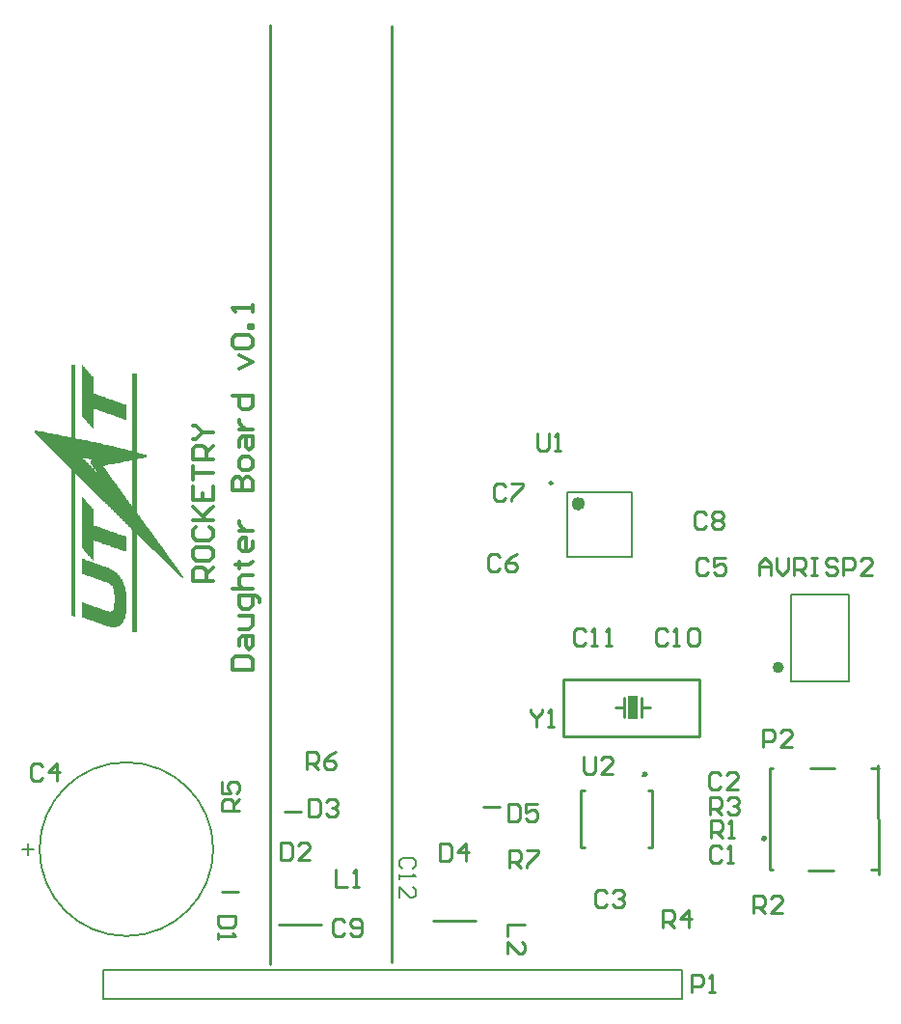
<source format=gto>
%FSLAX25Y25*%
%MOIN*%
G70*
G01*
G75*
%ADD10R,0.04134X0.05118*%
%ADD11R,0.05118X0.04134*%
%ADD12R,0.10000X0.10000*%
%ADD13R,0.09055X0.01969*%
%ADD14R,0.09843X0.07874*%
%ADD15O,0.02362X0.07677*%
%ADD16O,0.07677X0.02362*%
%ADD17R,0.01400X0.06000*%
%ADD18C,0.03937*%
%ADD19C,0.01500*%
%ADD20C,0.03000*%
%ADD21C,0.01000*%
%ADD22R,0.05906X0.05906*%
%ADD23C,0.05906*%
%ADD24R,0.05906X0.05906*%
%ADD25C,0.05906*%
%ADD26C,0.04331*%
%ADD27R,0.05906X0.05906*%
%ADD28C,0.04500*%
%ADD29C,0.15000*%
%ADD30C,0.02400*%
%ADD31C,0.00787*%
%ADD32C,0.02000*%
%ADD33C,0.02362*%
%ADD34C,0.00984*%
%ADD35C,0.00200*%
%ADD36C,0.00800*%
%ADD37C,0.01200*%
%ADD38C,0.00591*%
%ADD39R,0.03607X0.07933*%
D21*
X172290Y139219D02*
X177802D01*
X191984Y127892D02*
X206484D01*
X193910Y166744D02*
X199422D01*
X245291Y129066D02*
X259791D01*
X262631Y168464D02*
X268142D01*
X399072Y146930D02*
X399101Y145238D01*
X399050Y183003D02*
X399051Y181802D01*
X399072Y146930D01*
X396517D02*
X399072D01*
X396517Y181802D02*
X399072D01*
X375410Y181752D02*
X383879D01*
X374930Y146649D02*
X383673D01*
X361569Y146744D02*
X361606Y181931D01*
X361569Y146744D02*
X362604Y146703D01*
X361606Y181931D02*
X362604D01*
X319481Y154507D02*
X321011D01*
X319481Y174250D02*
X321011Y174215D01*
X296121Y174137D02*
X297673Y174137D01*
X296121Y154428D02*
X297673Y154407D01*
X296121Y154428D02*
Y174137D01*
X321011Y154507D02*
X321011Y174215D01*
X290249Y193006D02*
Y212615D01*
Y193006D02*
X337331Y193006D01*
X337331Y212615D01*
X290249D02*
X337331D01*
X308213Y202849D02*
X311117Y202871D01*
Y199504D02*
Y206238D01*
X317368Y199402D02*
Y206225D01*
Y202814D02*
X320198Y202810D01*
X230967Y114963D02*
Y438276D01*
X189036Y114230D02*
Y438485D01*
X334500Y104400D02*
Y110398D01*
X337499D01*
X338499Y109398D01*
Y107399D01*
X337499Y106399D01*
X334500D01*
X340498Y104400D02*
X342497D01*
X341498D01*
Y110398D01*
X340498Y109398D01*
X278997Y202205D02*
Y201205D01*
X280996Y199206D01*
X282996Y201205D01*
Y202205D01*
X280996Y199206D02*
Y196206D01*
X284995D02*
X286995D01*
X285995D01*
Y202205D01*
X284995Y201205D01*
X297383Y186012D02*
Y181014D01*
X298382Y180014D01*
X300382D01*
X301382Y181014D01*
Y186012D01*
X307380Y180014D02*
X303381D01*
X307380Y184012D01*
Y185012D01*
X306380Y186012D01*
X304381D01*
X303381Y185012D01*
X281123Y297473D02*
Y292475D01*
X282123Y291475D01*
X284122D01*
X285122Y292475D01*
Y297473D01*
X287121Y291475D02*
X289120D01*
X288121D01*
Y297473D01*
X287121Y296473D01*
X271538Y147532D02*
Y153530D01*
X274537D01*
X275536Y152530D01*
Y150531D01*
X274537Y149531D01*
X271538D01*
X273537D02*
X275536Y147532D01*
X277536Y153530D02*
X281535D01*
Y152530D01*
X277536Y148532D01*
Y147532D01*
X201651Y181372D02*
Y187371D01*
X204650D01*
X205650Y186371D01*
Y184371D01*
X204650Y183372D01*
X201651D01*
X203650D02*
X205650Y181372D01*
X211648Y187371D02*
X209648Y186371D01*
X207649Y184371D01*
Y182372D01*
X208649Y181372D01*
X210648D01*
X211648Y182372D01*
Y183372D01*
X210648Y184371D01*
X207649D01*
X178246Y167192D02*
X172248D01*
Y170191D01*
X173248Y171190D01*
X175247D01*
X176247Y170191D01*
Y167192D01*
Y169191D02*
X178246Y171190D01*
X172248Y177188D02*
Y173190D01*
X175247D01*
X174247Y175189D01*
Y176189D01*
X175247Y177188D01*
X177246D01*
X178246Y176189D01*
Y174189D01*
X177246Y173190D01*
X324422Y126921D02*
Y132919D01*
X327421D01*
X328420Y131920D01*
Y129920D01*
X327421Y128920D01*
X324422D01*
X326421D02*
X328420Y126921D01*
X333419D02*
Y132919D01*
X330420Y129920D01*
X334419D01*
X340932Y166026D02*
Y172025D01*
X343931D01*
X344931Y171025D01*
Y169026D01*
X343931Y168026D01*
X340932D01*
X342932D02*
X344931Y166026D01*
X346930Y171025D02*
X347930Y172025D01*
X349929D01*
X350929Y171025D01*
Y170025D01*
X349929Y169026D01*
X348930D01*
X349929D01*
X350929Y168026D01*
Y167026D01*
X349929Y166026D01*
X347930D01*
X346930Y167026D01*
X356005Y131875D02*
Y137873D01*
X359004D01*
X360004Y136873D01*
Y134874D01*
X359004Y133874D01*
X356005D01*
X358005D02*
X360004Y131875D01*
X366002D02*
X362003D01*
X366002Y135874D01*
Y136873D01*
X365002Y137873D01*
X363003D01*
X362003Y136873D01*
X341073Y157852D02*
Y163850D01*
X344072D01*
X345072Y162850D01*
Y160851D01*
X344072Y159851D01*
X341073D01*
X343073D02*
X345072Y157852D01*
X347071D02*
X349071D01*
X348071D01*
Y163850D01*
X347071Y162850D01*
X359246Y189102D02*
Y195101D01*
X362246D01*
X363245Y194101D01*
Y192102D01*
X362246Y191102D01*
X359246D01*
X369243Y189102D02*
X365245D01*
X369243Y193101D01*
Y194101D01*
X368244Y195101D01*
X366244D01*
X365245Y194101D01*
X276752Y128029D02*
X270754D01*
Y124031D01*
Y118033D02*
Y122031D01*
X274752Y118033D01*
X275752D01*
X276752Y119032D01*
Y121031D01*
X275752Y122031D01*
X211677Y146928D02*
Y140930D01*
X215676D01*
X217675D02*
X219675D01*
X218675D01*
Y146928D01*
X217675Y145928D01*
X271207Y169486D02*
Y163488D01*
X274206D01*
X275206Y164488D01*
Y168486D01*
X274206Y169486D01*
X271207D01*
X281204D02*
X277205D01*
Y166487D01*
X279204Y167487D01*
X280204D01*
X281204Y166487D01*
Y164488D01*
X280204Y163488D01*
X278205D01*
X277205Y164488D01*
X247524Y155979D02*
Y149981D01*
X250523D01*
X251523Y150981D01*
Y154980D01*
X250523Y155979D01*
X247524D01*
X256521Y149981D02*
Y155979D01*
X253522Y152980D01*
X257521D01*
X202331Y171284D02*
Y165286D01*
X205330D01*
X206329Y166285D01*
Y170284D01*
X205330Y171284D01*
X202331D01*
X208329Y170284D02*
X209328Y171284D01*
X211328D01*
X212327Y170284D01*
Y169284D01*
X211328Y168285D01*
X210328D01*
X211328D01*
X212327Y167285D01*
Y166285D01*
X211328Y165286D01*
X209328D01*
X208329Y166285D01*
X192459Y156255D02*
Y150257D01*
X195458D01*
X196457Y151257D01*
Y155256D01*
X195458Y156255D01*
X192459D01*
X202455Y150257D02*
X198457D01*
X202455Y154256D01*
Y155256D01*
X201456Y156255D01*
X199456D01*
X198457Y155256D01*
X176951Y130868D02*
X170952D01*
Y127868D01*
X171952Y126869D01*
X175951D01*
X176951Y127868D01*
Y130868D01*
X170952Y124870D02*
Y122870D01*
Y123870D01*
X176951D01*
X175951Y124870D01*
X298054Y229166D02*
X297054Y230165D01*
X295055D01*
X294055Y229166D01*
Y225167D01*
X295055Y224167D01*
X297054D01*
X298054Y225167D01*
X300053Y224167D02*
X302052D01*
X301053D01*
Y230165D01*
X300053Y229166D01*
X305051Y224167D02*
X307051D01*
X306051D01*
Y230165D01*
X305051Y229166D01*
X326382Y229346D02*
X325382Y230346D01*
X323383D01*
X322383Y229346D01*
Y225348D01*
X323383Y224348D01*
X325382D01*
X326382Y225348D01*
X328381Y224348D02*
X330381D01*
X329381D01*
Y230346D01*
X328381Y229346D01*
X333380D02*
X334379Y230346D01*
X336379D01*
X337378Y229346D01*
Y225348D01*
X336379Y224348D01*
X334379D01*
X333380Y225348D01*
Y229346D01*
X214709Y128960D02*
X213710Y129959D01*
X211710D01*
X210711Y128960D01*
Y124961D01*
X211710Y123961D01*
X213710D01*
X214709Y124961D01*
X216709D02*
X217708Y123961D01*
X219708D01*
X220707Y124961D01*
Y128960D01*
X219708Y129959D01*
X217708D01*
X216709Y128960D01*
Y127960D01*
X217708Y126960D01*
X220707D01*
X339680Y269521D02*
X338681Y270521D01*
X336681D01*
X335682Y269521D01*
Y265522D01*
X336681Y264523D01*
X338681D01*
X339680Y265522D01*
X341680Y269521D02*
X342679Y270521D01*
X344679D01*
X345678Y269521D01*
Y268521D01*
X344679Y267522D01*
X345678Y266522D01*
Y265522D01*
X344679Y264523D01*
X342679D01*
X341680Y265522D01*
Y266522D01*
X342679Y267522D01*
X341680Y268521D01*
Y269521D01*
X342679Y267522D02*
X344679D01*
X270109Y279301D02*
X269110Y280301D01*
X267110D01*
X266111Y279301D01*
Y275302D01*
X267110Y274303D01*
X269110D01*
X270109Y275302D01*
X272109Y280301D02*
X276107D01*
Y279301D01*
X272109Y275302D01*
Y274303D01*
X268260Y254725D02*
X267260Y255725D01*
X265261D01*
X264261Y254725D01*
Y250726D01*
X265261Y249727D01*
X267260D01*
X268260Y250726D01*
X274258Y255725D02*
X272258Y254725D01*
X270259Y252726D01*
Y250726D01*
X271259Y249727D01*
X273258D01*
X274258Y250726D01*
Y251726D01*
X273258Y252726D01*
X270259D01*
X340139Y253668D02*
X339139Y254667D01*
X337139D01*
X336140Y253668D01*
Y249669D01*
X337139Y248669D01*
X339139D01*
X340139Y249669D01*
X346136Y254667D02*
X342138D01*
Y251669D01*
X344137Y252668D01*
X345137D01*
X346136Y251669D01*
Y249669D01*
X345137Y248669D01*
X343138D01*
X342138Y249669D01*
X110296Y182395D02*
X109297Y183395D01*
X107298D01*
X106298Y182395D01*
Y178396D01*
X107298Y177396D01*
X109297D01*
X110296Y178396D01*
X115295Y177396D02*
Y183395D01*
X112296Y180395D01*
X116295D01*
X305314Y138926D02*
X304315Y139926D01*
X302315D01*
X301316Y138926D01*
Y134927D01*
X302315Y133928D01*
X304315D01*
X305314Y134927D01*
X307314Y138926D02*
X308313Y139926D01*
X310313D01*
X311313Y138926D01*
Y137926D01*
X310313Y136927D01*
X309313D01*
X310313D01*
X311313Y135927D01*
Y134927D01*
X310313Y133928D01*
X308313D01*
X307314Y134927D01*
X344649Y179622D02*
X343649Y180622D01*
X341650D01*
X340650Y179622D01*
Y175624D01*
X341650Y174624D01*
X343649D01*
X344649Y175624D01*
X350647Y174624D02*
X346648D01*
X350647Y178622D01*
Y179622D01*
X349647Y180622D01*
X347648D01*
X346648Y179622D01*
X344931Y154253D02*
X343931Y155253D01*
X341932D01*
X340932Y154253D01*
Y150254D01*
X341932Y149255D01*
X343931D01*
X344931Y150254D01*
X346930Y149255D02*
X348930D01*
X347930D01*
Y155253D01*
X346930Y154253D01*
X358015Y248667D02*
Y252666D01*
X360014Y254665D01*
X362014Y252666D01*
Y248667D01*
Y251666D01*
X358015D01*
X364013Y254665D02*
Y250666D01*
X366012Y248667D01*
X368012Y250666D01*
Y254665D01*
X370011Y248667D02*
Y254665D01*
X373010D01*
X374010Y253666D01*
Y251666D01*
X373010Y250666D01*
X370011D01*
X372010D02*
X374010Y248667D01*
X376009Y254665D02*
X378008D01*
X377009D01*
Y248667D01*
X376009D01*
X378008D01*
X385006Y253666D02*
X384007Y254665D01*
X382007D01*
X381007Y253666D01*
Y252666D01*
X382007Y251666D01*
X384007D01*
X385006Y250666D01*
Y249667D01*
X384007Y248667D01*
X382007D01*
X381007Y249667D01*
X387005Y248667D02*
Y254665D01*
X390004D01*
X391004Y253666D01*
Y251666D01*
X390004Y250666D01*
X387005D01*
X397002Y248667D02*
X393004D01*
X397002Y252666D01*
Y253666D01*
X396003Y254665D01*
X394003D01*
X393004Y253666D01*
D31*
X169220Y153930D02*
G03*
X169220Y153930I-30000J0D01*
G01*
X368869Y241935D02*
X388869D01*
X368869Y211935D02*
X388869D01*
X368869D02*
Y241935D01*
X388869Y211935D02*
Y241935D01*
Y222768D02*
Y241935D01*
X291449Y254731D02*
X313890D01*
X291449Y277172D02*
X313890D01*
Y254731D02*
Y277172D01*
X291449Y254731D02*
Y277172D01*
X331075Y102355D02*
Y112355D01*
X131075Y102355D02*
X331075D01*
X131075D02*
Y112355D01*
X138575D01*
X331075D01*
D32*
X359595Y157640D02*
G03*
X359595Y157640I-181J0D01*
G01*
X318426Y179776D02*
G03*
X318426Y179776I-229J0D01*
G01*
X365419Y216719D02*
G03*
X365419Y216719I-981J0D01*
G01*
D33*
X296567Y273235D02*
G03*
X296567Y273235I-1181J0D01*
G01*
D34*
X286429Y280321D02*
G03*
X286429Y280321I-492J0D01*
G01*
D35*
X125199Y302296D02*
Y319496D01*
X133199Y245896D02*
Y250896D01*
Y272496D02*
Y283096D01*
X141199Y229296D02*
Y318296D01*
X120199Y234896D02*
Y321096D01*
X120399Y234896D02*
Y321096D01*
X120599Y234896D02*
Y321096D01*
X120799Y234696D02*
Y321096D01*
X120999Y234696D02*
Y321096D01*
X121199Y234696D02*
Y321096D01*
X123799Y303896D02*
Y321096D01*
X123999Y303496D02*
Y320896D01*
X124199Y303296D02*
Y320696D01*
X124399Y303096D02*
Y320496D01*
X124599Y302896D02*
Y320296D01*
X124799Y302696D02*
Y319896D01*
X124999Y302496D02*
Y319696D01*
X125399Y301896D02*
Y319296D01*
X125599Y301696D02*
Y319096D01*
X125799Y301496D02*
Y318896D01*
X125999Y301296D02*
Y318696D01*
X126199Y301096D02*
Y318296D01*
X126399Y300896D02*
Y318096D01*
X126599Y300696D02*
Y317896D01*
X126799Y300496D02*
Y317696D01*
X126999Y300096D02*
Y317496D01*
X127199Y299896D02*
Y317296D01*
X127399Y299696D02*
Y317096D01*
X127599Y277896D02*
Y285296D01*
Y299496D02*
Y316896D01*
X127799Y277696D02*
Y285096D01*
X127999Y277496D02*
Y284896D01*
X128199Y277296D02*
Y284696D01*
X128399Y277096D02*
Y284296D01*
X128599Y276896D02*
Y284096D01*
X128799Y276696D02*
Y283896D01*
X128999Y276496D02*
Y283696D01*
X129199Y276296D02*
Y283496D01*
Y305896D02*
Y310896D01*
X129399Y276096D02*
Y283296D01*
Y305896D02*
Y310696D01*
X129599Y275896D02*
Y283096D01*
Y305896D02*
Y310696D01*
X129799Y275696D02*
Y282896D01*
Y305696D02*
Y310696D01*
X129999Y275496D02*
Y294096D01*
Y305696D02*
Y310496D01*
X130199Y275296D02*
Y294096D01*
Y305696D02*
Y310496D01*
X130399Y275096D02*
Y293896D01*
Y305496D02*
Y310296D01*
X130599Y274896D02*
Y293896D01*
Y305496D02*
Y310296D01*
X130799Y274696D02*
Y286496D01*
Y305296D02*
Y310296D01*
X130999Y274496D02*
Y286296D01*
Y305296D02*
Y310096D01*
X131199Y274296D02*
Y285896D01*
Y305296D02*
Y310096D01*
X131399Y274296D02*
Y285696D01*
Y305096D02*
Y310096D01*
X131599Y274096D02*
Y285296D01*
Y305096D02*
Y309896D01*
X131799Y273896D02*
Y285096D01*
Y305096D02*
Y309896D01*
X131999Y273696D02*
Y284696D01*
Y304896D02*
Y309896D01*
X132199Y273496D02*
Y284496D01*
X132399Y273296D02*
Y284296D01*
X132599Y273096D02*
Y283896D01*
X132799Y272896D02*
Y283696D01*
X132999Y272696D02*
Y283296D01*
X133399Y245896D02*
Y250696D01*
Y272296D02*
Y282696D01*
X133599Y245696D02*
Y250696D01*
Y272096D02*
Y282496D01*
X133799Y245496D02*
Y250496D01*
Y271896D02*
Y282296D01*
X133999Y245296D02*
Y250496D01*
Y271696D02*
Y281896D01*
X134199Y245096D02*
Y250296D01*
Y271496D02*
Y281696D01*
X134399Y244696D02*
Y250296D01*
Y271296D02*
Y281296D01*
X134599Y244296D02*
Y250096D01*
Y271096D02*
Y281096D01*
X134799Y243496D02*
Y249896D01*
Y270896D02*
Y280896D01*
X134999Y270696D02*
Y280496D01*
X135199Y230896D02*
Y249696D01*
Y270496D02*
Y280296D01*
X135399Y230896D02*
Y249496D01*
Y270296D02*
Y280096D01*
X135599Y231096D02*
Y249296D01*
Y270096D02*
Y279696D01*
X135799Y231096D02*
Y249096D01*
Y269896D02*
Y279496D01*
X135999Y231096D02*
Y248896D01*
Y269696D02*
Y279096D01*
X136199Y231296D02*
Y248696D01*
Y269496D02*
Y278896D01*
X136399Y231296D02*
Y248496D01*
Y269296D02*
Y278496D01*
X136599Y231496D02*
Y248296D01*
Y269096D02*
Y278296D01*
X136799Y231496D02*
Y247896D01*
Y268896D02*
Y278096D01*
X136999Y231696D02*
Y247696D01*
X137199Y231896D02*
Y247296D01*
X137399Y232096D02*
Y247096D01*
X137599Y232296D02*
Y246696D01*
X137799Y232696D02*
Y246296D01*
X137999Y233096D02*
Y245896D01*
X141399Y229096D02*
Y318296D01*
X141599Y229096D02*
Y318296D01*
X141799Y229096D02*
Y318296D01*
X141999Y229096D02*
Y318296D01*
X142199Y229096D02*
Y318296D01*
X142399Y229096D02*
Y318296D01*
X125199Y233896D02*
Y238696D01*
X133199Y231096D02*
Y235896D01*
X125199Y248896D02*
Y253696D01*
Y256696D02*
Y273896D01*
X149199Y256896D02*
Y261096D01*
X157199Y248896D02*
Y250096D01*
X109199Y296296D02*
Y298296D01*
X117199Y288296D02*
Y296696D01*
X125199Y280296D02*
Y287696D01*
Y289096D02*
Y295096D01*
X133199Y287096D02*
Y293296D01*
Y304496D02*
Y309296D01*
X124999Y233896D02*
Y238696D01*
X125399Y233696D02*
Y238696D01*
X125599Y233696D02*
Y238496D01*
X125799Y233696D02*
Y238496D01*
X125999Y233496D02*
Y238496D01*
X126199Y233496D02*
Y238296D01*
X126399Y233496D02*
Y238296D01*
X126599Y233296D02*
Y238096D01*
X126799Y233296D02*
Y238096D01*
X126999Y233296D02*
Y238096D01*
X127199Y233096D02*
Y237896D01*
X127399Y233096D02*
Y237896D01*
X127599Y233096D02*
Y237896D01*
X127799Y232896D02*
Y237696D01*
X127999Y232896D02*
Y237696D01*
X128199Y232896D02*
Y237696D01*
X128399Y232696D02*
Y237496D01*
X128599Y232696D02*
Y237496D01*
X128799Y232496D02*
Y237496D01*
X128999Y232496D02*
Y237296D01*
X129199Y232496D02*
Y237296D01*
X129399Y232296D02*
Y237096D01*
X129599Y232296D02*
Y237096D01*
X129799Y232296D02*
Y237096D01*
X129999Y232096D02*
Y236896D01*
X130199Y232096D02*
Y236896D01*
X130399Y232096D02*
Y236896D01*
X130599Y231896D02*
Y236696D01*
X130799Y231896D02*
Y236696D01*
X130999Y231896D02*
Y236696D01*
X131199Y231696D02*
Y236496D01*
X131399Y231696D02*
Y236496D01*
X131599Y231496D02*
Y236496D01*
X131799Y231496D02*
Y236296D01*
X131999Y231496D02*
Y236296D01*
X132199Y231296D02*
Y236096D01*
X132399Y231296D02*
Y236096D01*
X132599Y231296D02*
Y236096D01*
X132799Y231096D02*
Y236096D01*
X132999Y231096D02*
Y235896D01*
X133399Y231096D02*
Y235896D01*
X133599Y230896D02*
Y235896D01*
X133799Y230896D02*
Y235896D01*
X133999Y230896D02*
Y236096D01*
X134199Y230896D02*
Y236096D01*
X134399Y230896D02*
Y236296D01*
X134599Y230896D02*
Y236696D01*
X134799Y230896D02*
Y237296D01*
X134999Y230896D02*
Y238896D01*
X138199Y233496D02*
Y245296D01*
X138399Y233896D02*
Y244696D01*
X138599Y234696D02*
Y243896D01*
X138799Y235496D02*
Y242896D01*
X123799Y249296D02*
Y254296D01*
Y258296D02*
Y275496D01*
X123999Y249296D02*
Y254096D01*
Y258096D02*
Y275296D01*
X124199Y249296D02*
Y254096D01*
Y257896D02*
Y275096D01*
X124399Y249096D02*
Y254096D01*
Y257496D02*
Y274896D01*
X124599Y249096D02*
Y253896D01*
Y257296D02*
Y274696D01*
X124799Y249096D02*
Y253896D01*
Y257096D02*
Y274496D01*
X124999Y248896D02*
Y253896D01*
Y256896D02*
Y274296D01*
X125399Y248896D02*
Y253696D01*
Y256496D02*
Y273696D01*
X125599Y248696D02*
Y253696D01*
Y256296D02*
Y273496D01*
X125799Y248696D02*
Y253496D01*
Y255896D02*
Y273296D01*
X125999Y248696D02*
Y253496D01*
Y255696D02*
Y273096D01*
X126199Y248496D02*
Y253496D01*
Y255496D02*
Y272896D01*
X126399Y248496D02*
Y253296D01*
Y255296D02*
Y272696D01*
X126599Y248496D02*
Y253296D01*
Y255096D02*
Y272296D01*
X126799Y248296D02*
Y253096D01*
Y254896D02*
Y272096D01*
X126999Y248296D02*
Y253096D01*
Y254696D02*
Y271896D01*
X127199Y248096D02*
Y253096D01*
Y254496D02*
Y271696D01*
X127399Y248096D02*
Y252896D01*
Y254096D02*
Y271496D01*
X127599Y248096D02*
Y252896D01*
Y253896D02*
Y271296D01*
X127799Y247896D02*
Y252896D01*
X127999Y247896D02*
Y252696D01*
X128199Y247896D02*
Y252696D01*
X128399Y247696D02*
Y252696D01*
X128599Y247696D02*
Y252496D01*
X128799Y247696D02*
Y252496D01*
X128999Y247496D02*
Y252496D01*
X129199Y247496D02*
Y252296D01*
X129399Y247496D02*
Y252296D01*
X129599Y247296D02*
Y252296D01*
X129799Y247296D02*
Y252096D01*
X129999Y247296D02*
Y252096D01*
X130199Y247096D02*
Y251896D01*
X130399Y247096D02*
Y251896D01*
X130599Y246896D02*
Y251896D01*
X130799Y246896D02*
Y251696D01*
X130999Y246896D02*
Y251696D01*
X131199Y246696D02*
Y251696D01*
X131399Y246696D02*
Y251496D01*
X131599Y246696D02*
Y251496D01*
X131799Y246496D02*
Y251496D01*
X131999Y246496D02*
Y251296D01*
X132199Y246496D02*
Y251296D01*
X132399Y246296D02*
Y251296D01*
X132599Y246296D02*
Y251096D01*
X132799Y246096D02*
Y251096D01*
X132999Y246096D02*
Y250896D01*
X136199Y257896D02*
Y262696D01*
X136399Y257896D02*
Y262696D01*
X136599Y257896D02*
Y262696D01*
X136799Y257696D02*
Y262496D01*
X136999Y257696D02*
Y262496D01*
Y268696D02*
Y277696D01*
X137199Y257496D02*
Y262496D01*
Y268496D02*
Y277496D01*
X137399Y257496D02*
Y262296D01*
Y268296D02*
Y277296D01*
X137599Y257496D02*
Y262296D01*
Y268096D02*
Y276896D01*
X137799Y257296D02*
Y262296D01*
Y267896D02*
Y276696D01*
X137999Y257296D02*
Y262096D01*
Y267696D02*
Y276496D01*
X138199Y257296D02*
Y262096D01*
Y267496D02*
Y276096D01*
X138399Y257096D02*
Y262096D01*
Y267296D02*
Y275896D01*
X138599Y257096D02*
Y261896D01*
Y267096D02*
Y275496D01*
X138799Y257096D02*
Y261896D01*
Y266896D02*
Y275296D01*
X138999Y266696D02*
Y275096D01*
X139199Y266496D02*
Y274696D01*
X139399Y266296D02*
Y274496D01*
X139599Y266096D02*
Y274096D01*
X139799Y265896D02*
Y273896D01*
X139999Y265696D02*
Y273696D01*
X140199Y265496D02*
Y273296D01*
X140399Y265296D02*
Y273096D01*
X140599Y265096D02*
Y272896D01*
X140799Y264896D02*
Y272496D01*
X140999Y264696D02*
Y272296D01*
X142599Y263296D02*
Y270096D01*
X142799Y263096D02*
Y269896D01*
X142999Y262896D02*
Y269496D01*
X143199Y262696D02*
Y269296D01*
X143399Y262496D02*
Y269096D01*
X143599Y262296D02*
Y268696D01*
X143799Y262096D02*
Y268496D01*
X143999Y261896D02*
Y268296D01*
X144199Y261696D02*
Y267896D01*
X144399Y261496D02*
Y267696D01*
X144599Y261296D02*
Y267496D01*
X144799Y261096D02*
Y267096D01*
X144999Y260896D02*
Y266896D01*
X145199Y260696D02*
Y266696D01*
X145399Y260496D02*
Y266296D01*
X145599Y260296D02*
Y266096D01*
X147999Y257896D02*
Y262696D01*
X148199Y257696D02*
Y262496D01*
X148399Y257696D02*
Y262296D01*
X148599Y257496D02*
Y261896D01*
X148799Y257296D02*
Y261696D01*
X148999Y257096D02*
Y261496D01*
X149399Y256696D02*
Y260896D01*
X149599Y256496D02*
Y260696D01*
X149799Y256296D02*
Y260296D01*
X149999Y256096D02*
Y260096D01*
X150199Y255896D02*
Y259696D01*
X150399Y255696D02*
Y259496D01*
X150599Y255496D02*
Y259296D01*
X150799Y255296D02*
Y258896D01*
X150999Y255096D02*
Y258696D01*
X151199Y254896D02*
Y258496D01*
X151399Y254696D02*
Y258096D01*
X151599Y254496D02*
Y257896D01*
X156199Y249896D02*
Y251496D01*
X156399Y249696D02*
Y251096D01*
X156599Y249496D02*
Y250896D01*
X156799Y249296D02*
Y250496D01*
X156999Y249096D02*
Y250296D01*
X107599Y297896D02*
Y298496D01*
X107799Y297696D02*
Y298496D01*
X107999Y297496D02*
Y298496D01*
X108199Y297296D02*
Y298496D01*
X108399Y297096D02*
Y298296D01*
X108599Y296896D02*
Y298296D01*
X108799Y296696D02*
Y298296D01*
X108999Y296496D02*
Y298296D01*
X109399Y296096D02*
Y298096D01*
X109599Y295896D02*
Y298096D01*
X109799Y295696D02*
Y298096D01*
X109999Y295496D02*
Y298096D01*
X110199Y295296D02*
Y298096D01*
X110399Y295096D02*
Y298096D01*
X110599Y294896D02*
Y297896D01*
X110799Y294696D02*
Y297896D01*
X110999Y294496D02*
Y297896D01*
X111199Y294296D02*
Y297896D01*
X111399Y294096D02*
Y297896D01*
X115599Y289896D02*
Y297096D01*
X115799Y289696D02*
Y296896D01*
X115999Y289496D02*
Y296896D01*
X116199Y289296D02*
Y296896D01*
X116399Y289096D02*
Y296896D01*
X116599Y288896D02*
Y296896D01*
X116799Y288696D02*
Y296696D01*
X116999Y288496D02*
Y296696D01*
X117399Y288096D02*
Y296696D01*
X117599Y287896D02*
Y296696D01*
X117799Y287696D02*
Y296496D01*
X117999Y287496D02*
Y296496D01*
X118199Y287296D02*
Y296496D01*
X118399Y287096D02*
Y296496D01*
X118599Y286896D02*
Y296496D01*
X118799Y286696D02*
Y296296D01*
X118999Y286496D02*
Y296296D01*
X119199Y286296D02*
Y296296D01*
X119399Y286096D02*
Y296296D01*
X119599Y285896D02*
Y296296D01*
X119799Y285696D02*
Y296096D01*
X119999Y285696D02*
Y296096D01*
X121399Y284296D02*
Y295896D01*
X121599Y283896D02*
Y295896D01*
X121799Y283696D02*
Y295696D01*
X121999Y283496D02*
Y295696D01*
X122199Y283296D02*
Y295696D01*
X122399Y283096D02*
Y295696D01*
X122599Y282896D02*
Y295696D01*
X122799Y282696D02*
Y295496D01*
X122999Y282496D02*
Y295496D01*
X123199Y282296D02*
Y295496D01*
X123399Y282096D02*
Y295496D01*
X123599Y281896D02*
Y289296D01*
Y289496D02*
Y295496D01*
X123799Y281696D02*
Y289096D01*
Y289496D02*
Y295296D01*
X123999Y281496D02*
Y288896D01*
Y289496D02*
Y295296D01*
X124199Y281296D02*
Y288696D01*
Y289296D02*
Y295296D01*
X124399Y281096D02*
Y288496D01*
Y289296D02*
Y295296D01*
X124599Y280896D02*
Y288296D01*
Y289296D02*
Y295296D01*
X124799Y280696D02*
Y288096D01*
Y289296D02*
Y295096D01*
X124999Y280496D02*
Y287896D01*
Y289296D02*
Y295096D01*
X125399Y280096D02*
Y287496D01*
Y289096D02*
Y295096D01*
X125599Y279896D02*
Y287296D01*
Y289096D02*
Y295096D01*
X125799Y279696D02*
Y287096D01*
Y289096D02*
Y294896D01*
X125999Y279496D02*
Y286896D01*
Y289096D02*
Y294896D01*
X126199Y279296D02*
Y286696D01*
Y288896D02*
Y294896D01*
X126399Y279096D02*
Y286496D01*
Y288896D02*
Y294896D01*
X126599Y278896D02*
Y286296D01*
Y288896D02*
Y294896D01*
X126799Y278696D02*
Y286096D01*
Y288896D02*
Y294696D01*
X126999Y278496D02*
Y285896D01*
Y288896D02*
Y294696D01*
X127199Y278296D02*
Y285696D01*
Y288696D02*
Y294696D01*
X127399Y278096D02*
Y285496D01*
Y288696D02*
Y294696D01*
X127599Y288696D02*
Y294496D01*
X127799Y288696D02*
Y294496D01*
X127999Y288696D02*
Y294496D01*
X128199Y288496D02*
Y294496D01*
X128399Y285096D02*
Y294496D01*
X128599Y284896D02*
Y294296D01*
X128799Y284496D02*
Y294296D01*
X128999Y284296D02*
Y294296D01*
X129199Y283896D02*
Y294296D01*
X129399Y283696D02*
Y294096D01*
X129599Y283296D02*
Y294096D01*
X129799Y283096D02*
Y294096D01*
X130799Y286696D02*
Y293896D01*
X130999Y286696D02*
Y293896D01*
X131199Y286696D02*
Y293696D01*
X131399Y286696D02*
Y293696D01*
X131599Y286896D02*
Y293696D01*
X131799Y286896D02*
Y293696D01*
X131999Y286896D02*
Y293696D01*
X132199Y286896D02*
Y293496D01*
Y304896D02*
Y309696D01*
X132399Y286896D02*
Y293496D01*
Y304896D02*
Y309696D01*
X132599Y286896D02*
Y293496D01*
Y304696D02*
Y309696D01*
X132799Y287096D02*
Y293496D01*
Y304696D02*
Y309496D01*
X132999Y287096D02*
Y293296D01*
Y304696D02*
Y309496D01*
X133399Y287096D02*
Y293296D01*
Y304496D02*
Y309296D01*
X133599Y287096D02*
Y293296D01*
Y304496D02*
Y309296D01*
X133799Y287296D02*
Y293296D01*
Y304296D02*
Y309096D01*
X133999Y287296D02*
Y293096D01*
Y304296D02*
Y309096D01*
X134199Y287296D02*
Y293096D01*
Y304096D02*
Y309096D01*
X134399Y287296D02*
Y293096D01*
Y304096D02*
Y308896D01*
X134599Y287296D02*
Y293096D01*
Y304096D02*
Y308896D01*
X134799Y287296D02*
Y292896D01*
Y303896D02*
Y308896D01*
X134999Y287496D02*
Y292896D01*
Y303896D02*
Y308696D01*
X135199Y287496D02*
Y292896D01*
Y303896D02*
Y308696D01*
X135399Y287496D02*
Y292896D01*
Y303696D02*
Y308696D01*
X135599Y287496D02*
Y292696D01*
Y303696D02*
Y308496D01*
X135799Y287496D02*
Y292696D01*
Y303696D02*
Y308496D01*
X135999Y287696D02*
Y292696D01*
Y303496D02*
Y308496D01*
X136199Y287696D02*
Y292696D01*
Y303496D02*
Y308296D01*
X136399Y287696D02*
Y292496D01*
Y303496D02*
Y308296D01*
X136599Y287696D02*
Y292496D01*
Y303296D02*
Y308096D01*
X136799Y287696D02*
Y292496D01*
Y303296D02*
Y308096D01*
X136999Y287896D02*
Y292496D01*
Y303296D02*
Y308096D01*
X137199Y287896D02*
Y292296D01*
Y303096D02*
Y307896D01*
X137399Y287896D02*
Y292296D01*
Y303096D02*
Y307896D01*
X137599Y287896D02*
Y292296D01*
Y302896D02*
Y307896D01*
X137799Y287896D02*
Y292296D01*
Y302896D02*
Y307696D01*
X137999Y287896D02*
Y292096D01*
Y302896D02*
Y307696D01*
X138199Y288096D02*
Y292096D01*
Y302696D02*
Y307696D01*
X138399Y288096D02*
Y292096D01*
Y302696D02*
Y307496D01*
X138599Y288096D02*
Y292096D01*
Y302696D02*
Y307496D01*
X138799Y288096D02*
Y291896D01*
Y302496D02*
Y307496D01*
X138999Y288096D02*
Y291896D01*
X139199Y288296D02*
Y291896D01*
X139399Y288296D02*
Y291896D01*
X139599Y288296D02*
Y291696D01*
X139799Y288296D02*
Y291696D01*
X139999Y288296D02*
Y291696D01*
X140199Y288496D02*
Y291696D01*
X140399Y288496D02*
Y291496D01*
X140599Y288496D02*
Y291496D01*
X140799Y288496D02*
Y291496D01*
X140999Y288496D02*
Y291296D01*
X142599Y288896D02*
Y290896D01*
X142799Y288896D02*
Y290896D01*
X142999Y288896D02*
Y290896D01*
X143199Y289096D02*
Y290896D01*
X143399Y289096D02*
Y290696D01*
X143599Y289096D02*
Y290696D01*
X143799Y289096D02*
Y290696D01*
X143999Y289296D02*
Y290696D01*
X144199Y289296D02*
Y290496D01*
X144399Y289296D02*
Y290496D01*
X144599Y289296D02*
Y290496D01*
X144799Y289296D02*
Y290296D01*
X144999Y289496D02*
Y290296D01*
X145199Y289496D02*
Y290296D01*
X145399Y289496D02*
Y290296D01*
X145599Y289496D02*
Y290096D01*
X145799Y289696D02*
Y290096D01*
X145999Y289696D02*
Y290096D01*
X133199Y259096D02*
Y263896D01*
X123799Y234296D02*
Y239096D01*
X123999Y234296D02*
Y239096D01*
X124199Y234296D02*
Y239096D01*
X124399Y234096D02*
Y238896D01*
X124599Y234096D02*
Y238896D01*
X124799Y234096D02*
Y238896D01*
X138999Y237296D02*
Y241496D01*
X134999Y242296D02*
Y249696D01*
X157399Y248696D02*
Y249696D01*
X157599Y248496D02*
Y249496D01*
X157799Y248296D02*
Y249096D01*
X157999Y248096D02*
Y248896D01*
X158199Y248096D02*
Y248496D01*
X158399Y247896D02*
Y248296D01*
X151799Y254296D02*
Y257496D01*
X151999Y254096D02*
Y257296D01*
X152199Y253896D02*
Y257096D01*
X152399Y253696D02*
Y256696D01*
X152599Y253496D02*
Y256496D01*
X152799Y253296D02*
Y256096D01*
X152999Y253096D02*
Y255896D01*
X153199Y252896D02*
Y255696D01*
X153399Y252696D02*
Y255296D01*
X153599Y252496D02*
Y255096D01*
X153799Y252296D02*
Y254696D01*
X153999Y252096D02*
Y254496D01*
X154199Y251896D02*
Y254296D01*
X154399Y251696D02*
Y253896D01*
X154599Y251496D02*
Y253696D01*
X154799Y251296D02*
Y253296D01*
X154999Y251096D02*
Y253096D01*
X155199Y250896D02*
Y252896D01*
X155399Y250696D02*
Y252496D01*
X155599Y250496D02*
Y252296D01*
X155799Y250296D02*
Y251896D01*
X155999Y250096D02*
Y251696D01*
X127799Y260896D02*
Y265696D01*
X127999Y260896D02*
Y265696D01*
X128199Y260696D02*
Y265696D01*
X128399Y260696D02*
Y265496D01*
X128599Y260696D02*
Y265496D01*
X128799Y260496D02*
Y265496D01*
X128999Y260496D02*
Y265296D01*
X129199Y260496D02*
Y265296D01*
X129399Y260296D02*
Y265096D01*
X129599Y260296D02*
Y265096D01*
X129799Y260296D02*
Y265096D01*
X129999Y260096D02*
Y264896D01*
X130199Y260096D02*
Y264896D01*
X130399Y259896D02*
Y264896D01*
X130599Y259896D02*
Y264696D01*
X130799Y259896D02*
Y264696D01*
X130999Y259696D02*
Y264696D01*
X131199Y259696D02*
Y264496D01*
X131399Y259696D02*
Y264496D01*
X131599Y259496D02*
Y264496D01*
X131799Y259496D02*
Y264296D01*
X131999Y259496D02*
Y264296D01*
X132199Y259296D02*
Y264296D01*
X132399Y259296D02*
Y264096D01*
X132599Y259296D02*
Y264096D01*
X132799Y259096D02*
Y263896D01*
X132999Y259096D02*
Y263896D01*
X133399Y258896D02*
Y263696D01*
X133599Y258896D02*
Y263696D01*
X133799Y258696D02*
Y263696D01*
X133999Y258696D02*
Y263496D01*
X134199Y258696D02*
Y263496D01*
X134399Y258496D02*
Y263496D01*
X134599Y258496D02*
Y263296D01*
X134799Y258496D02*
Y263296D01*
X134999Y258296D02*
Y263296D01*
X135199Y258296D02*
Y263096D01*
X135399Y258296D02*
Y263096D01*
X135599Y258096D02*
Y262896D01*
X135799Y258096D02*
Y262896D01*
X135999Y258096D02*
Y262896D01*
X145799Y260096D02*
Y265696D01*
X145999Y259896D02*
Y265496D01*
X146199Y259696D02*
Y265296D01*
X146399Y259496D02*
Y264896D01*
X146599Y259296D02*
Y264696D01*
X146799Y259096D02*
Y264496D01*
X146999Y258896D02*
Y264096D01*
X147199Y258696D02*
Y263896D01*
X147399Y258496D02*
Y263696D01*
X147599Y258296D02*
Y263296D01*
X147799Y258096D02*
Y263096D01*
X126799Y287496D02*
Y288096D01*
X126999Y287096D02*
Y288096D01*
X127199Y286896D02*
Y288096D01*
X127399Y286496D02*
Y288096D01*
X127599Y286296D02*
Y288296D01*
X127799Y285896D02*
Y288296D01*
X127999Y285696D02*
Y288296D01*
X128199Y285496D02*
Y288296D01*
X111599Y293896D02*
Y297696D01*
X111799Y293696D02*
Y297696D01*
X111999Y293496D02*
Y297696D01*
X112199Y293296D02*
Y297696D01*
X112399Y293096D02*
Y297696D01*
X112599Y292896D02*
Y297496D01*
X112799Y292696D02*
Y297496D01*
X112999Y292496D02*
Y297496D01*
X113199Y292296D02*
Y297496D01*
X113399Y292096D02*
Y297496D01*
X113599Y291896D02*
Y297296D01*
X113799Y291696D02*
Y297296D01*
X113999Y291496D02*
Y297296D01*
X114199Y291296D02*
Y297296D01*
X114399Y291096D02*
Y297296D01*
X114599Y290896D02*
Y297296D01*
X114799Y290696D02*
Y297096D01*
X114999Y290496D02*
Y297096D01*
X115199Y290296D02*
Y297096D01*
X115399Y290096D02*
Y297096D01*
X107399Y298096D02*
Y298496D01*
X127799Y306496D02*
Y311296D01*
X127999Y306296D02*
Y311296D01*
X128199Y306296D02*
Y311096D01*
X128399Y306296D02*
Y311096D01*
X128599Y306096D02*
Y311096D01*
X128799Y306096D02*
Y310896D01*
X128999Y306096D02*
Y310896D01*
D36*
X238202Y147192D02*
X239119Y148108D01*
Y149941D01*
X238202Y150857D01*
X234537D01*
X233621Y149941D01*
Y148108D01*
X234537Y147192D01*
X233621Y145359D02*
Y143526D01*
Y144442D01*
X239119D01*
X238202Y145359D01*
X233621Y137111D02*
Y140777D01*
X237286Y137111D01*
X238202D01*
X239119Y138028D01*
Y139861D01*
X238202Y140777D01*
D37*
X175786Y215955D02*
X182784D01*
Y219454D01*
X181618Y220620D01*
X176953D01*
X175786Y219454D01*
Y215955D01*
X178119Y224119D02*
Y226452D01*
X179285Y227618D01*
X182784D01*
Y224119D01*
X181618Y222953D01*
X180452Y224119D01*
Y227618D01*
X178119Y229951D02*
X181618D01*
X182784Y231117D01*
Y234616D01*
X178119D01*
X185117Y239281D02*
Y240447D01*
X183950Y241614D01*
X178119D01*
Y238115D01*
X179285Y236948D01*
X181618D01*
X182784Y238115D01*
Y241614D01*
X175786Y243946D02*
X182784D01*
X179285D01*
X178119Y245112D01*
Y247445D01*
X179285Y248611D01*
X182784D01*
X176953Y252110D02*
X178119D01*
Y250944D01*
Y253276D01*
Y252110D01*
X181618D01*
X182784Y253276D01*
Y260274D02*
Y257942D01*
X181618Y256775D01*
X179285D01*
X178119Y257942D01*
Y260274D01*
X179285Y261441D01*
X180452D01*
Y256775D01*
X178119Y263773D02*
X182784D01*
X180452D01*
X179285Y264939D01*
X178119Y266106D01*
Y267272D01*
X175786Y277769D02*
X182784D01*
Y281267D01*
X181618Y282434D01*
X180452D01*
X179285Y281267D01*
Y277769D01*
Y281267D01*
X178119Y282434D01*
X176953D01*
X175786Y281267D01*
Y277769D01*
X182784Y285933D02*
Y288265D01*
X181618Y289432D01*
X179285D01*
X178119Y288265D01*
Y285933D01*
X179285Y284766D01*
X181618D01*
X182784Y285933D01*
X178119Y292930D02*
Y295263D01*
X179285Y296429D01*
X182784D01*
Y292930D01*
X181618Y291764D01*
X180452Y292930D01*
Y296429D01*
X178119Y298762D02*
X182784D01*
X180452D01*
X179285Y299928D01*
X178119Y301094D01*
Y302261D01*
X175786Y310425D02*
X182784D01*
Y306926D01*
X181618Y305760D01*
X179285D01*
X178119Y306926D01*
Y310425D01*
Y319755D02*
X182784Y322088D01*
X178119Y324420D01*
X176953Y326753D02*
X175786Y327919D01*
Y330252D01*
X176953Y331418D01*
X181618D01*
X182784Y330252D01*
Y327919D01*
X181618Y326753D01*
X176953D01*
X182784Y333751D02*
X181618D01*
Y334917D01*
X182784D01*
Y333751D01*
Y339582D02*
Y341915D01*
Y340748D01*
X175786D01*
X176953Y339582D01*
X169084Y246641D02*
X162086D01*
Y250140D01*
X163252Y251307D01*
X165585D01*
X166751Y250140D01*
Y246641D01*
Y248974D02*
X169084Y251307D01*
X162086Y257138D02*
Y254805D01*
X163252Y253639D01*
X167917D01*
X169084Y254805D01*
Y257138D01*
X167917Y258304D01*
X163252D01*
X162086Y257138D01*
X163252Y265302D02*
X162086Y264136D01*
Y261803D01*
X163252Y260637D01*
X167917D01*
X169084Y261803D01*
Y264136D01*
X167917Y265302D01*
X162086Y267635D02*
X169084D01*
X166751D01*
X162086Y272300D01*
X165585Y268801D01*
X169084Y272300D01*
X162086Y279297D02*
Y274632D01*
X169084D01*
Y279297D01*
X165585Y274632D02*
Y276965D01*
X162086Y281630D02*
Y286295D01*
Y283963D01*
X169084D01*
Y288628D02*
X162086D01*
Y292127D01*
X163252Y293293D01*
X165585D01*
X166751Y292127D01*
Y288628D01*
Y290960D02*
X169084Y293293D01*
X162086Y295625D02*
X163252D01*
X165585Y297958D01*
X163252Y300291D01*
X162086D01*
X165585Y297958D02*
X169084D01*
D38*
X107205Y153879D02*
X103269D01*
X105237Y151911D02*
Y155847D01*
D39*
X314269Y202892D02*
D03*
M02*

</source>
